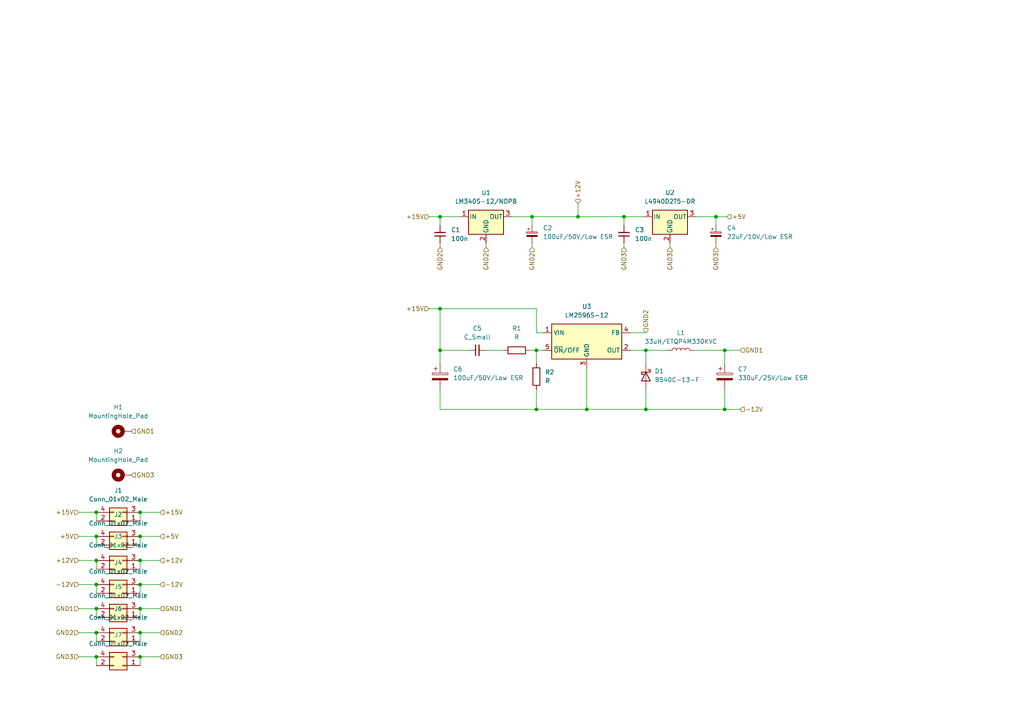
<source format=kicad_sch>
(kicad_sch (version 20211123) (generator eeschema)
  (paper "A4")
  (lib_symbols
    (symbol "Connector_Generic:Conn_02x02_Odd_Even" (pin_names (offset 1.016) hide)
      (property "Reference" "J" (at 1.27 2.54 0))
      (property "Value" "Conn_02x02_Odd_Even" (at 1.27 -5.08 0))
      (symbol "Conn_02x02_Odd_Even_1_1"
        (rectangle (start -1.27 -2.413) (end 0 -2.667) (stroke (width 0.1524)))
        (rectangle (start -1.27 0.127) (end 0 -0.127) (stroke (width 0.1524)))
        (rectangle (start -1.27 1.27) (end 3.81 -3.81) (stroke (width 0.254)) (fill (type background)))
        (rectangle (start 3.81 -2.413) (end 2.54 -2.667) (stroke (width 0.1524)))
        (rectangle (start 3.81 0.127) (end 2.54 -0.127) (stroke (width 0.1524)))
        (pin passive line (at -5.08 0 0) (length 3.81) (name "Pin_1") (number "1"))
        (pin passive line (at 7.62 0 180) (length 3.81) (name "Pin_2") (number "2"))
        (pin passive line (at -5.08 -2.54 0) (length 3.81) (name "Pin_3") (number "3"))
        (pin passive line (at 7.62 -2.54 180) (length 3.81) (name "Pin_4") (number "4"))
      )
    )
    (symbol "Device:C_Polarized" (pin_numbers hide) (pin_names (offset 0.254))
      (property "Reference" "C" (at 0.635 2.54 0))
      (property "Value" "C_Polarized" (at 0.635 -2.54 0))
      (symbol "C_Polarized_0_1"
        (rectangle (start -2.286 0.508) (end 2.286 1.016))
        (polyline (pts (xy -1.778 2.286) (xy -0.762 2.286)))
        (polyline (pts (xy -1.27 2.794) (xy -1.27 1.778)))
        (rectangle (start 2.286 -0.508) (end -2.286 -1.016) (fill (type outline)))
      )
      (symbol "C_Polarized_1_1"
        (pin passive line (at 0 3.81 270) (length 2.794) (name "~") (number "1"))
        (pin passive line (at 0 -3.81 90) (length 2.794) (name "~") (number "2"))
      )
    )
    (symbol "Device:C_Polarized_Small" (pin_numbers hide) (pin_names (offset 0.254) hide)
      (property "Reference" "C" (at 0.254 1.778 0))
      (property "Value" "C_Polarized_Small" (at 0.254 -2.032 0))
      (symbol "C_Polarized_Small_0_1"
        (rectangle (start -1.524 -0.3048) (end 1.524 -0.6858) (fill (type outline)))
        (rectangle (start -1.524 0.6858) (end 1.524 0.3048))
        (polyline (pts (xy -1.27 1.524) (xy -0.762 1.524)))
        (polyline (pts (xy -1.016 1.27) (xy -1.016 1.778)))
      )
      (symbol "C_Polarized_Small_1_1"
        (pin passive line (at 0 2.54 270) (length 1.8542) (name "~") (number "1"))
        (pin passive line (at 0 -2.54 90) (length 1.8542) (name "~") (number "2"))
      )
    )
    (symbol "Device:C_Small" (pin_numbers hide) (pin_names (offset 0.254) hide)
      (property "Reference" "C" (at 0.254 1.778 0))
      (property "Value" "C_Small" (at 0.254 -2.032 0))
      (symbol "C_Small_0_1"
        (polyline (pts (xy -1.524 -0.508) (xy 1.524 -0.508)) (stroke (width 0.3302)))
        (polyline (pts (xy -1.524 0.508) (xy 1.524 0.508)) (stroke (width 0.3048)))
      )
      (symbol "C_Small_1_1"
        (pin passive line (at 0 2.54 270) (length 2.032) (name "~") (number "1"))
        (pin passive line (at 0 -2.54 90) (length 2.032) (name "~") (number "2"))
      )
    )
    (symbol "Device:D_Schottky" (pin_numbers hide) (pin_names (offset 1.016) hide)
      (property "Reference" "D" (at 0 2.54 0))
      (property "Value" "D_Schottky" (at 0 -2.54 0))
      (symbol "D_Schottky_0_1"
        (polyline (pts (xy 1.27 0) (xy -1.27 0)))
        (polyline (pts (xy 1.27 1.27) (xy 1.27 -1.27) (xy -1.27 0) (xy 1.27 1.27)) (stroke (width 0.254)))
        (polyline (pts (xy -1.905 0.635) (xy -1.905 1.27) (xy -1.27 1.27) (xy -1.27 -1.27) (xy -0.635 -1.27) (xy -0.635 -0.635)) (stroke (width 0.254)))
      )
      (symbol "D_Schottky_1_1"
        (pin passive line (at -3.81 0 0) (length 2.54) (name "K") (number "1"))
        (pin passive line (at 3.81 0 180) (length 2.54) (name "A") (number "2"))
      )
    )
    (symbol "Device:L" (pin_numbers hide) (pin_names (offset 1.016) hide)
      (property "Reference" "L" (at -1.27 0 90))
      (property "Value" "L" (at 1.905 0 90))
      (symbol "L_0_1"
        (arc (start 0 -2.54) (mid 0.635 -1.905) (end 0 -1.27))
        (arc (start 0 -1.27) (mid 0.635 -0.635) (end 0 0))
        (arc (start 0 0) (mid 0.635 0.635) (end 0 1.27))
        (arc (start 0 1.27) (mid 0.635 1.905) (end 0 2.54))
      )
      (symbol "L_1_1"
        (pin passive line (at 0 3.81 270) (length 1.27) (name "1") (number "1"))
        (pin passive line (at 0 -3.81 90) (length 1.27) (name "2") (number "2"))
      )
    )
    (symbol "Device:R" (pin_numbers hide) (pin_names (offset 0))
      (property "Reference" "R" (at 2.032 0 90))
      (property "Value" "R" (at 0 0 90))
      (symbol "R_0_1"
        (rectangle (start -1.016 -2.54) (end 1.016 2.54) (stroke (width 0.254)))
      )
      (symbol "R_1_1"
        (pin passive line (at 0 3.81 270) (length 1.27) (name "~") (number "1"))
        (pin passive line (at 0 -3.81 90) (length 1.27) (name "~") (number "2"))
      )
    )
    (symbol "Mechanical:MountingHole_Pad" (pin_numbers hide) (pin_names (offset 1.016) hide)
      (property "Reference" "H" (at 0 6.35 0))
      (property "Value" "MountingHole_Pad" (at 0 4.445 0))
      (symbol "MountingHole_Pad_0_1"
        (circle (center 0 1.27) (radius 1.27) (stroke (width 1.27)))
      )
      (symbol "MountingHole_Pad_1_1"
        (pin input line (at 0 -2.54 90) (length 2.54) (name "1") (number "1"))
      )
    )
    (symbol "Regulator_Linear:L7805" (pin_names (offset 0.254))
      (property "Reference" "U" (at -3.81 3.175 0))
      (property "Value" "L7805" (at 0 3.175 0))
      (symbol "L7805_0_1"
        (rectangle (start -5.08 1.905) (end 5.08 -5.08) (stroke (width 0.254)) (fill (type background)))
      )
      (symbol "L7805_1_1"
        (pin power_in line (at -7.62 0 0) (length 2.54) (name "IN") (number "1"))
        (pin power_in line (at 0 -7.62 90) (length 2.54) (name "GND") (number "2"))
        (pin power_out line (at 7.62 0 180) (length 2.54) (name "OUT") (number "3"))
      )
    )
    (symbol "Regulator_Linear:L7812" (pin_names (offset 0.254))
      (property "Reference" "U" (at -3.81 3.175 0))
      (property "Value" "L7812" (at 0 3.175 0))
      (symbol "L7812_0_1"
        (rectangle (start -5.08 1.905) (end 5.08 -5.08) (stroke (width 0.254)) (fill (type background)))
      )
      (symbol "L7812_1_1"
        (pin power_in line (at -7.62 0 0) (length 2.54) (name "IN") (number "1"))
        (pin power_in line (at 0 -7.62 90) (length 2.54) (name "GND") (number "2"))
        (pin power_out line (at 7.62 0 180) (length 2.54) (name "OUT") (number "3"))
      )
    )
    (symbol "Regulator_Switching:LM2596S-ADJ"
      (property "Reference" "U" (at -10.16 6.35 0))
      (property "Value" "LM2596S-ADJ" (at 0 6.35 0))
      (symbol "LM2596S-ADJ_0_1"
        (rectangle (start -10.16 5.08) (end 10.16 -5.08) (stroke (width 0.254)) (fill (type background)))
      )
      (symbol "LM2596S-ADJ_1_1"
        (pin power_in line (at -12.7 2.54 0) (length 2.54) (name "VIN") (number "1"))
        (pin output line (at 12.7 -2.54 180) (length 2.54) (name "OUT") (number "2"))
        (pin power_in line (at 0 -7.62 90) (length 2.54) (name "GND") (number "3"))
        (pin input line (at 12.7 2.54 180) (length 2.54) (name "FB") (number "4"))
        (pin input line (at -12.7 -2.54 0) (length 2.54) (name "~{ON}/OFF") (number "5"))
      )
    )
  )
  (junction (at 187.325 101.6))
  (junction (at 27.94 176.53))
  (junction (at 155.575 118.745))
  (junction (at 180.975 62.865))
  (junction (at 40.64 148.59))
  (junction (at 40.64 183.515))
  (junction (at 210.185 101.6))
  (junction (at 27.94 190.5))
  (junction (at 27.94 169.545))
  (junction (at 40.64 155.575))
  (junction (at 127.635 89.535))
  (junction (at 155.575 101.6))
  (junction (at 27.94 148.59))
  (junction (at 210.185 118.745))
  (junction (at 40.64 162.56))
  (junction (at 40.64 190.5))
  (junction (at 127.635 62.865))
  (junction (at 40.64 176.53))
  (junction (at 40.64 169.545))
  (junction (at 27.94 162.56))
  (junction (at 170.18 118.745))
  (junction (at 154.305 62.865))
  (junction (at 207.645 62.865))
  (junction (at 187.325 118.745))
  (junction (at 27.94 155.575))
  (junction (at 167.64 62.865))
  (junction (at 127.635 101.6))
  (junction (at 27.94 183.515))
  (wire (pts (xy 187.325 101.6) (xy 187.325 105.41)))
  (wire (pts (xy 127.635 71.755) (xy 127.635 70.485)))
  (wire (pts (xy 127.635 113.03) (xy 127.635 118.745)))
  (wire (pts (xy 201.93 62.865) (xy 207.645 62.865)))
  (wire (pts (xy 127.635 89.535) (xy 127.635 101.6)))
  (wire (pts (xy 155.575 101.6) (xy 157.48 101.6)))
  (wire (pts (xy 140.97 71.755) (xy 140.97 70.485)))
  (wire (pts (xy 153.67 101.6) (xy 155.575 101.6)))
  (wire (pts (xy 27.94 190.5) (xy 27.94 193.04)))
  (wire (pts (xy 154.305 62.865) (xy 167.64 62.865)))
  (wire (pts (xy 155.575 96.52) (xy 157.48 96.52)))
  (wire (pts (xy 22.86 183.515) (xy 27.94 183.515)))
  (wire (pts (xy 40.64 162.56) (xy 40.64 165.1)))
  (wire (pts (xy 182.88 101.6) (xy 187.325 101.6)))
  (wire (pts (xy 155.575 89.535) (xy 155.575 96.52)))
  (wire (pts (xy 210.185 101.6) (xy 210.185 105.41)))
  (wire (pts (xy 40.64 155.575) (xy 46.355 155.575)))
  (wire (pts (xy 187.325 113.03) (xy 187.325 118.745)))
  (wire (pts (xy 180.975 65.405) (xy 180.975 62.865)))
  (wire (pts (xy 40.64 169.545) (xy 46.355 169.545)))
  (wire (pts (xy 155.575 118.745) (xy 155.575 113.03)))
  (wire (pts (xy 154.305 71.755) (xy 154.305 70.485)))
  (wire (pts (xy 40.64 172.085) (xy 40.64 169.545)))
  (wire (pts (xy 170.18 106.68) (xy 170.18 118.745)))
  (wire (pts (xy 207.645 71.755) (xy 207.645 70.485)))
  (wire (pts (xy 40.64 162.56) (xy 46.355 162.56)))
  (wire (pts (xy 27.94 162.56) (xy 27.94 165.1)))
  (wire (pts (xy 40.64 183.515) (xy 46.355 183.515)))
  (wire (pts (xy 40.64 179.07) (xy 40.64 176.53)))
  (wire (pts (xy 155.575 105.41) (xy 155.575 101.6)))
  (wire (pts (xy 170.18 118.745) (xy 187.325 118.745)))
  (wire (pts (xy 22.86 176.53) (xy 27.94 176.53)))
  (wire (pts (xy 155.575 89.535) (xy 127.635 89.535)))
  (wire (pts (xy 27.94 155.575) (xy 27.94 158.115)))
  (wire (pts (xy 194.31 71.755) (xy 194.31 70.485)))
  (wire (pts (xy 207.645 62.865) (xy 210.82 62.865)))
  (wire (pts (xy 127.635 62.865) (xy 133.35 62.865)))
  (wire (pts (xy 124.46 89.535) (xy 127.635 89.535)))
  (wire (pts (xy 27.94 148.59) (xy 27.94 151.13)))
  (wire (pts (xy 201.295 101.6) (xy 210.185 101.6)))
  (wire (pts (xy 124.46 62.865) (xy 127.635 62.865)))
  (wire (pts (xy 154.305 62.865) (xy 154.305 65.405)))
  (wire (pts (xy 127.635 101.6) (xy 127.635 105.41)))
  (wire (pts (xy 210.185 113.03) (xy 210.185 118.745)))
  (wire (pts (xy 207.645 62.865) (xy 207.645 65.405)))
  (wire (pts (xy 210.185 101.6) (xy 214.63 101.6)))
  (wire (pts (xy 127.635 118.745) (xy 155.575 118.745)))
  (wire (pts (xy 127.635 65.405) (xy 127.635 62.865)))
  (wire (pts (xy 40.64 190.5) (xy 40.64 193.04)))
  (wire (pts (xy 27.94 162.56) (xy 22.86 162.56)))
  (wire (pts (xy 127.635 101.6) (xy 135.89 101.6)))
  (wire (pts (xy 27.94 169.545) (xy 22.86 169.545)))
  (wire (pts (xy 40.64 148.59) (xy 46.355 148.59)))
  (wire (pts (xy 27.94 155.575) (xy 22.86 155.575)))
  (wire (pts (xy 187.325 101.6) (xy 193.675 101.6)))
  (wire (pts (xy 40.64 148.59) (xy 40.64 151.13)))
  (wire (pts (xy 27.94 183.515) (xy 27.94 186.055)))
  (wire (pts (xy 148.59 62.865) (xy 154.305 62.865)))
  (wire (pts (xy 46.355 190.5) (xy 40.64 190.5)))
  (wire (pts (xy 140.97 101.6) (xy 146.05 101.6)))
  (wire (pts (xy 155.575 118.745) (xy 170.18 118.745)))
  (wire (pts (xy 40.64 155.575) (xy 40.64 158.115)))
  (wire (pts (xy 22.86 190.5) (xy 27.94 190.5)))
  (wire (pts (xy 187.325 96.52) (xy 182.88 96.52)))
  (wire (pts (xy 27.94 169.545) (xy 27.94 172.085)))
  (wire (pts (xy 167.64 62.865) (xy 180.975 62.865)))
  (wire (pts (xy 187.325 118.745) (xy 210.185 118.745)))
  (wire (pts (xy 180.975 71.755) (xy 180.975 70.485)))
  (wire (pts (xy 210.185 118.745) (xy 214.63 118.745)))
  (wire (pts (xy 40.64 176.53) (xy 46.355 176.53)))
  (wire (pts (xy 180.975 62.865) (xy 186.69 62.865)))
  (wire (pts (xy 167.64 59.055) (xy 167.64 62.865)))
  (wire (pts (xy 40.64 186.055) (xy 40.64 183.515)))
  (wire (pts (xy 27.94 148.59) (xy 22.86 148.59)))
  (wire (pts (xy 27.94 176.53) (xy 27.94 179.07)))
  (hierarchical_label "GND3" (shape input) (at 194.31 71.755 270))
  (hierarchical_label "+5V" (shape input) (at 22.86 155.575 180))
  (hierarchical_label "-12V" (shape input) (at 214.63 118.745 0))
  (hierarchical_label "GND2" (shape input) (at 46.355 183.515 0))
  (hierarchical_label "+12V" (shape input) (at 167.64 59.055 90))
  (hierarchical_label "+15V" (shape input) (at 22.86 148.59 180))
  (hierarchical_label "+5V" (shape input) (at 210.82 62.865 0))
  (hierarchical_label "+15V" (shape input) (at 124.46 62.865 180))
  (hierarchical_label "+5V" (shape input) (at 46.355 155.575 0))
  (hierarchical_label "GND1" (shape input) (at 22.86 176.53 180))
  (hierarchical_label "-12V" (shape input) (at 22.86 169.545 180))
  (hierarchical_label "GND3" (shape input) (at 207.645 71.755 270))
  (hierarchical_label "GND2" (shape input) (at 127.635 71.755 270))
  (hierarchical_label "+15V" (shape input) (at 124.46 89.535 180))
  (hierarchical_label "GND1" (shape input) (at 214.63 101.6 0))
  (hierarchical_label "GND2" (shape input) (at 154.305 71.755 270))
  (hierarchical_label "-12V" (shape input) (at 46.355 169.545 0))
  (hierarchical_label "+12V" (shape input) (at 22.86 162.56 180))
  (hierarchical_label "GND2" (shape input) (at 187.325 96.52 90))
  (hierarchical_label "GND3" (shape input) (at 22.86 190.5 180))
  (hierarchical_label "GND1" (shape input) (at 46.355 176.53 0))
  (hierarchical_label "+15V" (shape input) (at 46.355 148.59 0))
  (hierarchical_label "GND2" (shape input) (at 22.86 183.515 180))
  (hierarchical_label "GND2" (shape input) (at 140.97 71.755 270))
  (hierarchical_label "GND1" (shape input) (at 38.1 125.095 0))
  (hierarchical_label "GND3" (shape input) (at 180.975 71.755 270))
  (hierarchical_label "GND3" (shape input) (at 38.1 137.795 0))
  (hierarchical_label "GND3" (shape input) (at 46.355 190.5 0))
  (hierarchical_label "+12V" (shape input) (at 46.355 162.56 0))
  (symbol (lib_id "Regulator_Linear:L7812") (at 140.97 62.865 0) (unit 1)
    (property "Reference" "U1" (at 140.97 55.88 0))
    (property "Value" "LM340S-12/NOPB" (at 140.97 58.42 0))
    (property "Footprint" "Package_TO_SOT_SMD:TO-263-3_TabPin2" (effects hide))
    (property "Datasheet" "http://www.st.com/content/ccc/resource/technical/document/datasheet/41/4f/b3/b0/12/d4/47/88/CD00000444.pdf/files/CD00000444.pdf/jcr:content/translations/en.CD00000444.pdf" (effects hide))
  )
  (symbol (lib_id "Device:L") (at 197.485 101.6 90) (unit 1)
    (property "Reference" "L1" (at 197.485 96.52 90))
    (property "Value" "33uH/ETQP4M330KVC" (at 197.485 99.06 90))
    (property "Footprint" "Inductor_SMD:L_Neosid_SM-PIC1004H" (effects hide))
  )
  (symbol (lib_id "Connector_Generic:Conn_02x02_Odd_Even") (at 35.56 158.115 180) (unit 1)
    (property "Reference" "J2" (at 34.29 149.225 0))
    (property "Value" "Conn_01x02_Male" (at 34.29 151.765 0))
    (property "Footprint" "Connector_PinHeader_2.54mm:PinHeader_2x02_P2.54mm_Vertical_SMD" (effects hide))
  )
  (symbol (lib_id "Device:R") (at 155.575 109.22 180) (unit 1)
    (property "Reference" "R2" (at 158.115 107.9499 0) (effects (justify right)))
    (property "Value" "R" (at 158.115 110.4899 0) (effects (justify right)))
    (property "Footprint" "Resistor_SMD:R_1206_3216Metric" (effects hide))
  )
  (symbol (lib_id "Connector_Generic:Conn_02x02_Odd_Even") (at 35.56 186.055 180) (unit 1)
    (property "Reference" "J6" (at 34.29 176.53 0))
    (property "Value" "Conn_01x02_Male" (at 34.29 179.07 0))
    (property "Footprint" "Connector_PinHeader_2.54mm:PinHeader_2x02_P2.54mm_Vertical_SMD" (effects hide))
  )
  (symbol (lib_id "Device:D_Schottky") (at 187.325 109.22 270) (unit 1)
    (property "Reference" "D1" (at 189.865 107.6324 90) (effects (justify left)))
    (property "Value" "B540C-13-F" (at 189.865 110.1724 90) (effects (justify left)))
    (property "Footprint" "Diode_SMD:D_SMC_Handsoldering" (effects hide))
  )
  (symbol (lib_id "Connector_Generic:Conn_02x02_Odd_Even") (at 35.56 179.07 180) (unit 1)
    (property "Reference" "J5" (at 34.29 170.18 0))
    (property "Value" "Conn_01x02_Male" (at 34.29 172.72 0))
    (property "Footprint" "Connector_PinHeader_2.54mm:PinHeader_2x02_P2.54mm_Vertical_SMD" (effects hide))
  )
  (symbol (lib_id "Connector_Generic:Conn_02x02_Odd_Even") (at 35.56 151.13 180) (unit 1)
    (property "Reference" "J1" (at 34.29 142.24 0))
    (property "Value" "Conn_01x02_Male" (at 34.29 144.78 0))
    (property "Footprint" "Connector_PinHeader_2.54mm:PinHeader_2x02_P2.54mm_Vertical_SMD" (effects hide))
  )
  (symbol (lib_id "Device:C_Polarized") (at 127.635 109.22 0) (unit 1)
    (property "Reference" "C6" (at 131.445 107.0609 0) (effects (justify left)))
    (property "Value" "100uF/50V/Low ESR" (at 131.445 109.6009 0) (effects (justify left)))
    (property "Footprint" "Capacitor_SMD:C_Elec_10x10.2" (effects hide))
  )
  (symbol (lib_id "Mechanical:MountingHole_Pad") (at 35.56 125.095 90) (unit 1)
    (property "Reference" "H1" (at 34.29 118.11 90))
    (property "Value" "MountingHole_Pad" (at 34.29 120.65 90))
    (property "Footprint" "MountingHole:MountingHole_3.2mm_M3_Pad_TopOnly" (effects hide))
  )
  (symbol (lib_id "Connector_Generic:Conn_02x02_Odd_Even") (at 35.56 193.04 180) (unit 1)
    (property "Reference" "J7" (at 34.29 184.15 0))
    (property "Value" "Conn_01x02_Male" (at 34.29 186.69 0))
    (property "Footprint" "Connector_PinHeader_2.54mm:PinHeader_2x02_P2.54mm_Vertical_SMD" (effects hide))
  )
  (symbol (lib_id "Connector_Generic:Conn_02x02_Odd_Even") (at 35.56 172.085 180) (unit 1)
    (property "Reference" "J4" (at 34.29 163.195 0))
    (property "Value" "Conn_01x02_Male" (at 34.29 165.735 0))
    (property "Footprint" "Connector_PinHeader_2.54mm:PinHeader_2x02_P2.54mm_Vertical_SMD" (effects hide))
  )
  (symbol (lib_id "Device:R") (at 149.86 101.6 90) (unit 1)
    (property "Reference" "R1" (at 149.86 95.25 90))
    (property "Value" "R" (at 149.86 97.79 90))
    (property "Footprint" "Resistor_SMD:R_1206_3216Metric" (effects hide))
  )
  (symbol (lib_id "Device:C_Polarized_Small") (at 207.645 67.945 0) (unit 1)
    (property "Reference" "C4" (at 210.82 66.1288 0) (effects (justify left)))
    (property "Value" "22uF/10V/Low ESR" (at 210.82 68.6688 0) (effects (justify left)))
    (property "Footprint" "Capacitor_SMD:CP_Elec_4x5.8" (effects hide))
  )
  (symbol (lib_id "Device:C_Small") (at 127.635 67.945 180) (unit 1)
    (property "Reference" "C1" (at 130.81 66.6685 0) (effects (justify right)))
    (property "Value" "100n" (at 130.81 69.2085 0) (effects (justify right)))
    (property "Footprint" "Capacitor_SMD:C_1206_3216Metric" (effects hide))
  )
  (symbol (lib_id "Connector_Generic:Conn_02x02_Odd_Even") (at 35.56 165.1 180) (unit 1)
    (property "Reference" "J3" (at 34.29 155.575 0))
    (property "Value" "Conn_01x02_Male" (at 34.29 158.115 0))
    (property "Footprint" "Connector_PinHeader_2.54mm:PinHeader_2x02_P2.54mm_Vertical_SMD" (effects hide))
  )
  (symbol (lib_id "Regulator_Linear:L7805") (at 194.31 62.865 0) (unit 1)
    (property "Reference" "U2" (at 194.31 55.88 0))
    (property "Value" "L4940D2T5-DR" (at 194.31 58.42 0))
    (property "Footprint" "Package_TO_SOT_SMD:TO-263-3_TabPin2" (effects hide))
    (property "Datasheet" "http://www.st.com/content/ccc/resource/technical/document/datasheet/41/4f/b3/b0/12/d4/47/88/CD00000444.pdf/files/CD00000444.pdf/jcr:content/translations/en.CD00000444.pdf" (effects hide))
  )
  (symbol (lib_id "Device:C_Polarized") (at 210.185 109.22 0) (unit 1)
    (property "Reference" "C7" (at 213.995 107.0609 0) (effects (justify left)))
    (property "Value" "330uF/25V/Low ESR" (at 213.995 109.6009 0) (effects (justify left)))
    (property "Footprint" "Capacitor_SMD:C_Elec_10x10.2" (effects hide))
  )
  (symbol (lib_id "Mechanical:MountingHole_Pad") (at 35.56 137.795 90) (unit 1)
    (property "Reference" "H2" (at 34.29 130.81 90))
    (property "Value" "MountingHole_Pad" (at 34.29 133.35 90))
    (property "Footprint" "MountingHole:MountingHole_3.2mm_M3_Pad_TopOnly" (effects hide))
  )
  (symbol (lib_id "Device:C_Polarized_Small") (at 154.305 67.945 0) (unit 1)
    (property "Reference" "C2" (at 157.48 66.1288 0) (effects (justify left)))
    (property "Value" "100uF/50V/Low ESR" (at 157.48 68.6688 0) (effects (justify left)))
    (property "Footprint" "Capacitor_SMD:C_Elec_10x10.2" (effects hide))
  )
  (symbol (lib_id "Device:C_Small") (at 138.43 101.6 90) (unit 1)
    (property "Reference" "C5" (at 138.4363 95.25 90))
    (property "Value" "C_Small" (at 138.4363 97.79 90))
    (property "Footprint" "Capacitor_SMD:C_1206_3216Metric" (effects hide))
  )
  (symbol (lib_id "Regulator_Switching:LM2596S-ADJ") (at 170.18 99.06 0) (unit 1)
    (property "Reference" "U3" (at 170.18 88.9 0))
    (property "Value" "LM2596S-12" (at 170.18 91.44 0))
    (property "Footprint" "Package_TO_SOT_SMD:TO-263-5_TabPin3" (effects hide))
    (property "Datasheet" "http://www.ti.com/lit/ds/symlink/lm2596.pdf" (effects hide))
  )
  (symbol (lib_id "Device:C_Small") (at 180.975 67.945 180) (unit 1)
    (property "Reference" "C3" (at 184.15 66.6685 0) (effects (justify right)))
    (property "Value" "100n" (at 184.15 69.2085 0) (effects (justify right)))
    (property "Footprint" "Capacitor_SMD:C_1206_3216Metric" (effects hide))
  )
)
</source>
